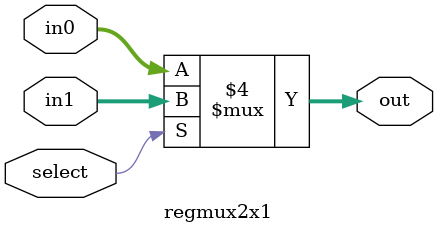
<source format=v>
`timescale 1ns / 1ps

module regmux2x1(in0, in1, select, out);
    input wire select; 
    input wire [4:0] in0;
    input wire [4:0] in1;
    output reg[4:0] out;

    always @(*)
    begin
        if(select == 0)
        begin
            out <= in0;
        end
        else begin
            out <= in1;
        end
    end

endmodule

</source>
